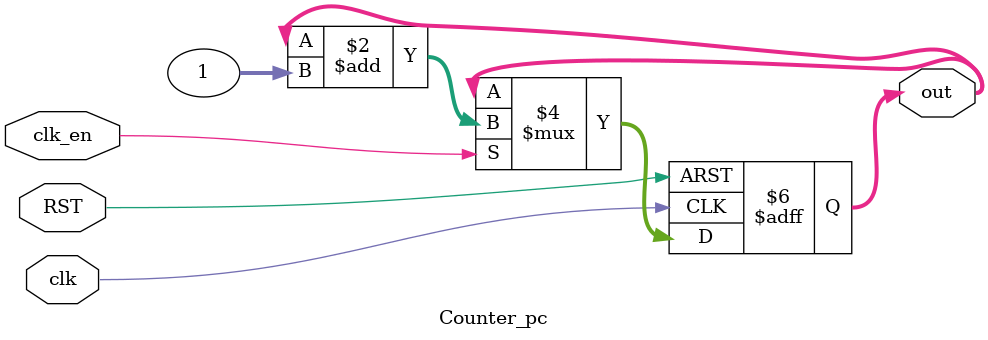
<source format=v>
`timescale 1ns/1ps
module Counter_pc(clk,RST,clk_en,out);
    input                   clk;
    input                   RST;
    input                   clk_en;
    output reg [31:0]        out;
        initial begin
            out <= 32'h0000_0000;
        end;
    always @(posedge clk or posedge RST)  begin
        if(RST) out <= 32'h0000_0000;
        else if(clk_en) out <= out + 1;
    end
endmodule
</source>
